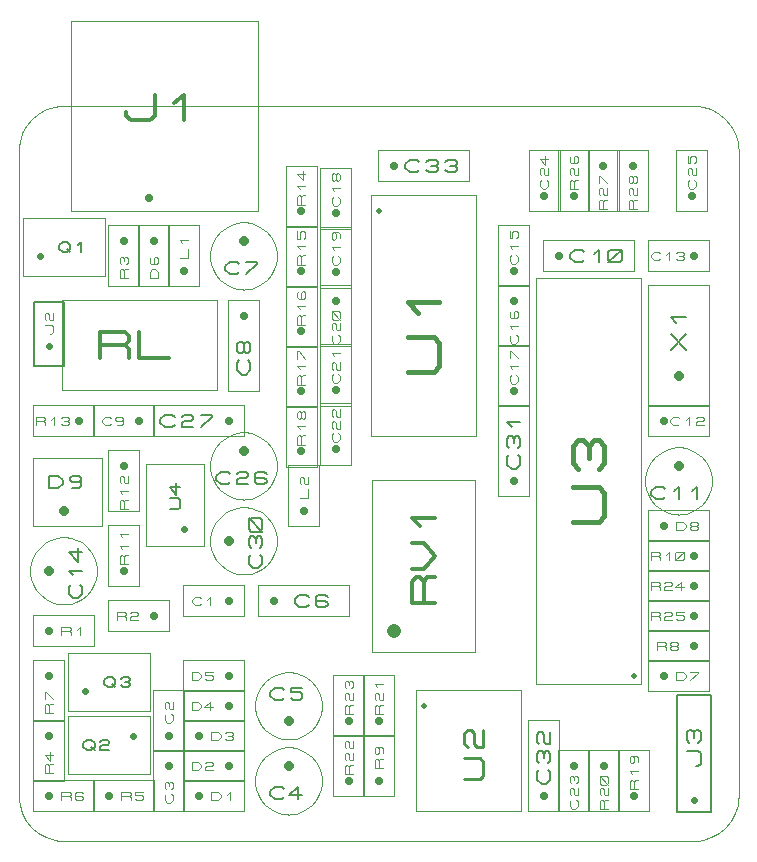
<source format=gbr>
G04 PROTEUS GERBER X2 FILE*
%TF.GenerationSoftware,Labcenter,Proteus,8.16-SP3-Build36097*%
%TF.CreationDate,2025-03-15T21:07:40+00:00*%
%TF.FileFunction,AssemblyDrawing,Top*%
%TF.FilePolarity,Positive*%
%TF.Part,Single*%
%TF.SameCoordinates,{0eda3102-f78e-4ef4-8f68-bee456db5da4}*%
%FSLAX45Y45*%
%MOMM*%
G01*
%TA.AperFunction,Material*%
%ADD23C,0.101600*%
%ADD24C,0.508000*%
%ADD34C,0.440230*%
%ADD35C,0.711200*%
%ADD36C,0.113450*%
%ADD37C,0.177800*%
%ADD38C,0.812800*%
%ADD39C,0.204890*%
%ADD40C,0.050800*%
%ADD41C,0.173000*%
%ADD25C,0.152400*%
%ADD42C,0.558800*%
%ADD43C,0.194860*%
%ADD44C,0.267200*%
%ADD45C,1.219200*%
%ADD46C,0.320040*%
%ADD47C,0.609600*%
%ADD48C,0.139700*%
%ADD49C,0.171190*%
%ADD50C,0.367200*%
%ADD51C,0.114270*%
%ADD52C,0.660400*%
%ADD53C,0.364400*%
%TA.AperFunction,Profile*%
%ADD21C,0.101600*%
%TD.AperFunction*%
D23*
X+3027500Y-2822080D02*
X+3916500Y-2822080D01*
X+3916500Y-779920D01*
X+3027500Y-779920D01*
X+3027500Y-2822080D01*
D24*
X+3091000Y-912000D02*
X+3091000Y-912000D01*
D34*
X+3339931Y-2275948D02*
X+3560047Y-2275948D01*
X+3604070Y-2226422D01*
X+3604070Y-2028318D01*
X+3560047Y-1978792D01*
X+3339931Y-1978792D01*
X+3427977Y-1780688D02*
X+3339931Y-1681636D01*
X+3604070Y-1681636D01*
D23*
X+2593920Y-1064080D02*
X+2858080Y-1064080D01*
X+2858080Y-545920D01*
X+2593920Y-545920D01*
X+2593920Y-1064080D01*
D35*
X+2726000Y-932000D02*
X+2726000Y-932000D01*
D36*
X+2748691Y-797760D02*
X+2760036Y-810524D01*
X+2760036Y-848814D01*
X+2737345Y-874340D01*
X+2714655Y-874340D01*
X+2691964Y-848814D01*
X+2691964Y-810524D01*
X+2703309Y-797760D01*
X+2714655Y-746707D02*
X+2691964Y-721180D01*
X+2760036Y-721180D01*
X+2726000Y-644600D02*
X+2714655Y-657363D01*
X+2703309Y-657363D01*
X+2691964Y-644600D01*
X+2691964Y-606310D01*
X+2703309Y-593546D01*
X+2714655Y-593546D01*
X+2726000Y-606310D01*
X+2726000Y-644600D01*
X+2737345Y-657363D01*
X+2748691Y-657363D01*
X+2760036Y-644600D01*
X+2760036Y-606310D01*
X+2748691Y-593546D01*
X+2737345Y-593546D01*
X+2726000Y-606310D01*
D23*
X+2593920Y-1564080D02*
X+2858080Y-1564080D01*
X+2858080Y-1045920D01*
X+2593920Y-1045920D01*
X+2593920Y-1564080D01*
D35*
X+2726000Y-1432000D02*
X+2726000Y-1432000D01*
D36*
X+2748691Y-1297760D02*
X+2760036Y-1310524D01*
X+2760036Y-1348814D01*
X+2737345Y-1374340D01*
X+2714655Y-1374340D01*
X+2691964Y-1348814D01*
X+2691964Y-1310524D01*
X+2703309Y-1297760D01*
X+2714655Y-1246707D02*
X+2691964Y-1221180D01*
X+2760036Y-1221180D01*
X+2714655Y-1093546D02*
X+2726000Y-1106310D01*
X+2726000Y-1144600D01*
X+2714655Y-1157363D01*
X+2703309Y-1157363D01*
X+2691964Y-1144600D01*
X+2691964Y-1106310D01*
X+2703309Y-1093546D01*
X+2748691Y-1093546D01*
X+2760036Y-1106310D01*
X+2760036Y-1144600D01*
D23*
X+2593920Y-2060080D02*
X+2858080Y-2060080D01*
X+2858080Y-1541920D01*
X+2593920Y-1541920D01*
X+2593920Y-2060080D01*
D35*
X+2726000Y-1674000D02*
X+2726000Y-1674000D01*
D36*
X+2748691Y-1961400D02*
X+2760036Y-1974164D01*
X+2760036Y-2012454D01*
X+2737345Y-2037980D01*
X+2714655Y-2037980D01*
X+2691964Y-2012454D01*
X+2691964Y-1974164D01*
X+2703309Y-1961400D01*
X+2703309Y-1923110D02*
X+2691964Y-1910347D01*
X+2691964Y-1872057D01*
X+2703309Y-1859293D01*
X+2714655Y-1859293D01*
X+2726000Y-1872057D01*
X+2726000Y-1910347D01*
X+2737345Y-1923110D01*
X+2760036Y-1923110D01*
X+2760036Y-1859293D01*
X+2748691Y-1833766D02*
X+2703309Y-1833766D01*
X+2691964Y-1821003D01*
X+2691964Y-1769950D01*
X+2703309Y-1757186D01*
X+2748691Y-1757186D01*
X+2760036Y-1769950D01*
X+2760036Y-1821003D01*
X+2748691Y-1833766D01*
X+2760036Y-1833766D02*
X+2691964Y-1757186D01*
D23*
X+2593920Y-2560080D02*
X+2858080Y-2560080D01*
X+2858080Y-2041920D01*
X+2593920Y-2041920D01*
X+2593920Y-2560080D01*
D35*
X+2726000Y-2428000D02*
X+2726000Y-2428000D01*
D36*
X+2748691Y-2293760D02*
X+2760036Y-2306524D01*
X+2760036Y-2344814D01*
X+2737345Y-2370340D01*
X+2714655Y-2370340D01*
X+2691964Y-2344814D01*
X+2691964Y-2306524D01*
X+2703309Y-2293760D01*
X+2703309Y-2255470D02*
X+2691964Y-2242707D01*
X+2691964Y-2204417D01*
X+2703309Y-2191653D01*
X+2714655Y-2191653D01*
X+2726000Y-2204417D01*
X+2726000Y-2242707D01*
X+2737345Y-2255470D01*
X+2760036Y-2255470D01*
X+2760036Y-2191653D01*
X+2714655Y-2140600D02*
X+2691964Y-2115073D01*
X+2760036Y-2115073D01*
D23*
X+2593920Y-3060080D02*
X+2858080Y-3060080D01*
X+2858080Y-2541920D01*
X+2593920Y-2541920D01*
X+2593920Y-3060080D01*
D35*
X+2726000Y-2928000D02*
X+2726000Y-2928000D01*
D36*
X+2748691Y-2793760D02*
X+2760036Y-2806524D01*
X+2760036Y-2844814D01*
X+2737345Y-2870340D01*
X+2714655Y-2870340D01*
X+2691964Y-2844814D01*
X+2691964Y-2806524D01*
X+2703309Y-2793760D01*
X+2703309Y-2755470D02*
X+2691964Y-2742707D01*
X+2691964Y-2704417D01*
X+2703309Y-2691653D01*
X+2714655Y-2691653D01*
X+2726000Y-2704417D01*
X+2726000Y-2742707D01*
X+2737345Y-2755470D01*
X+2760036Y-2755470D01*
X+2760036Y-2691653D01*
X+2703309Y-2653363D02*
X+2691964Y-2640600D01*
X+2691964Y-2602310D01*
X+2703309Y-2589546D01*
X+2714655Y-2589546D01*
X+2726000Y-2602310D01*
X+2726000Y-2640600D01*
X+2737345Y-2653363D01*
X+2760036Y-2653363D01*
X+2760036Y-2589546D01*
D23*
X+2303920Y-1048080D02*
X+2568080Y-1048080D01*
X+2568080Y-529920D01*
X+2303920Y-529920D01*
X+2303920Y-1048080D01*
D35*
X+2436000Y-916000D02*
X+2436000Y-916000D01*
D36*
X+2470036Y-858340D02*
X+2401964Y-858340D01*
X+2401964Y-794524D01*
X+2413309Y-781760D01*
X+2424655Y-781760D01*
X+2436000Y-794524D01*
X+2436000Y-858340D01*
X+2436000Y-794524D02*
X+2447345Y-781760D01*
X+2470036Y-781760D01*
X+2424655Y-730707D02*
X+2401964Y-705180D01*
X+2470036Y-705180D01*
X+2447345Y-577546D02*
X+2447345Y-654126D01*
X+2401964Y-603073D01*
X+2470036Y-603073D01*
D23*
X+2303920Y-1556080D02*
X+2568080Y-1556080D01*
X+2568080Y-1037920D01*
X+2303920Y-1037920D01*
X+2303920Y-1556080D01*
D35*
X+2436000Y-1424000D02*
X+2436000Y-1424000D01*
D36*
X+2470036Y-1366340D02*
X+2401964Y-1366340D01*
X+2401964Y-1302524D01*
X+2413309Y-1289760D01*
X+2424655Y-1289760D01*
X+2436000Y-1302524D01*
X+2436000Y-1366340D01*
X+2436000Y-1302524D02*
X+2447345Y-1289760D01*
X+2470036Y-1289760D01*
X+2424655Y-1238707D02*
X+2401964Y-1213180D01*
X+2470036Y-1213180D01*
X+2401964Y-1085546D02*
X+2401964Y-1149363D01*
X+2424655Y-1149363D01*
X+2424655Y-1098310D01*
X+2436000Y-1085546D01*
X+2458691Y-1085546D01*
X+2470036Y-1098310D01*
X+2470036Y-1136600D01*
X+2458691Y-1149363D01*
D23*
X+2303920Y-2064080D02*
X+2568080Y-2064080D01*
X+2568080Y-1545920D01*
X+2303920Y-1545920D01*
X+2303920Y-2064080D01*
D35*
X+2436000Y-1932000D02*
X+2436000Y-1932000D01*
D36*
X+2470036Y-1874340D02*
X+2401964Y-1874340D01*
X+2401964Y-1810524D01*
X+2413309Y-1797760D01*
X+2424655Y-1797760D01*
X+2436000Y-1810524D01*
X+2436000Y-1874340D01*
X+2436000Y-1810524D02*
X+2447345Y-1797760D01*
X+2470036Y-1797760D01*
X+2424655Y-1746707D02*
X+2401964Y-1721180D01*
X+2470036Y-1721180D01*
X+2413309Y-1593546D02*
X+2401964Y-1606310D01*
X+2401964Y-1644600D01*
X+2413309Y-1657363D01*
X+2458691Y-1657363D01*
X+2470036Y-1644600D01*
X+2470036Y-1606310D01*
X+2458691Y-1593546D01*
X+2447345Y-1593546D01*
X+2436000Y-1606310D01*
X+2436000Y-1657363D01*
D23*
X+2303920Y-2572080D02*
X+2568080Y-2572080D01*
X+2568080Y-2053920D01*
X+2303920Y-2053920D01*
X+2303920Y-2572080D01*
D35*
X+2436000Y-2440000D02*
X+2436000Y-2440000D01*
D36*
X+2470036Y-2382340D02*
X+2401964Y-2382340D01*
X+2401964Y-2318524D01*
X+2413309Y-2305760D01*
X+2424655Y-2305760D01*
X+2436000Y-2318524D01*
X+2436000Y-2382340D01*
X+2436000Y-2318524D02*
X+2447345Y-2305760D01*
X+2470036Y-2305760D01*
X+2424655Y-2254707D02*
X+2401964Y-2229180D01*
X+2470036Y-2229180D01*
X+2401964Y-2165363D02*
X+2401964Y-2101546D01*
X+2413309Y-2101546D01*
X+2470036Y-2165363D01*
D23*
X+2303920Y-3080080D02*
X+2568080Y-3080080D01*
X+2568080Y-2561920D01*
X+2303920Y-2561920D01*
X+2303920Y-3080080D01*
D35*
X+2436000Y-2948000D02*
X+2436000Y-2948000D01*
D36*
X+2470036Y-2890340D02*
X+2401964Y-2890340D01*
X+2401964Y-2826524D01*
X+2413309Y-2813760D01*
X+2424655Y-2813760D01*
X+2436000Y-2826524D01*
X+2436000Y-2890340D01*
X+2436000Y-2826524D02*
X+2447345Y-2813760D01*
X+2470036Y-2813760D01*
X+2424655Y-2762707D02*
X+2401964Y-2737180D01*
X+2470036Y-2737180D01*
X+2436000Y-2660600D02*
X+2424655Y-2673363D01*
X+2413309Y-2673363D01*
X+2401964Y-2660600D01*
X+2401964Y-2622310D01*
X+2413309Y-2609546D01*
X+2424655Y-2609546D01*
X+2436000Y-2622310D01*
X+2436000Y-2660600D01*
X+2447345Y-2673363D01*
X+2458691Y-2673363D01*
X+2470036Y-2660600D01*
X+2470036Y-2622310D01*
X+2458691Y-2609546D01*
X+2447345Y-2609546D01*
X+2436000Y-2622310D01*
D23*
X+3085920Y-663080D02*
X+3858080Y-663080D01*
X+3858080Y-398920D01*
X+3085920Y-398920D01*
X+3085920Y-663080D01*
D35*
X+3218000Y-531000D02*
X+3218000Y-531000D01*
D37*
X+3435805Y-566560D02*
X+3415802Y-584340D01*
X+3355795Y-584340D01*
X+3315790Y-548780D01*
X+3315790Y-513220D01*
X+3355795Y-477660D01*
X+3415802Y-477660D01*
X+3435805Y-495440D01*
X+3495812Y-495440D02*
X+3515815Y-477660D01*
X+3575822Y-477660D01*
X+3595825Y-495440D01*
X+3595825Y-513220D01*
X+3575822Y-531000D01*
X+3595825Y-548780D01*
X+3595825Y-566560D01*
X+3575822Y-584340D01*
X+3515815Y-584340D01*
X+3495812Y-566560D01*
X+3535817Y-531000D02*
X+3575822Y-531000D01*
X+3655832Y-495440D02*
X+3675835Y-477660D01*
X+3735842Y-477660D01*
X+3755845Y-495440D01*
X+3755845Y-513220D01*
X+3735842Y-531000D01*
X+3755845Y-548780D01*
X+3755845Y-566560D01*
X+3735842Y-584340D01*
X+3675835Y-584340D01*
X+3655832Y-566560D01*
X+3695837Y-531000D02*
X+3735842Y-531000D01*
D23*
X+4101920Y-1552080D02*
X+4366080Y-1552080D01*
X+4366080Y-1033920D01*
X+4101920Y-1033920D01*
X+4101920Y-1552080D01*
D35*
X+4234000Y-1420000D02*
X+4234000Y-1420000D01*
D36*
X+4256691Y-1285760D02*
X+4268036Y-1298524D01*
X+4268036Y-1336814D01*
X+4245345Y-1362340D01*
X+4222655Y-1362340D01*
X+4199964Y-1336814D01*
X+4199964Y-1298524D01*
X+4211309Y-1285760D01*
X+4222655Y-1234707D02*
X+4199964Y-1209180D01*
X+4268036Y-1209180D01*
X+4199964Y-1081546D02*
X+4199964Y-1145363D01*
X+4222655Y-1145363D01*
X+4222655Y-1094310D01*
X+4234000Y-1081546D01*
X+4256691Y-1081546D01*
X+4268036Y-1094310D01*
X+4268036Y-1132600D01*
X+4256691Y-1145363D01*
D23*
X+4101920Y-2060080D02*
X+4366080Y-2060080D01*
X+4366080Y-1541920D01*
X+4101920Y-1541920D01*
X+4101920Y-2060080D01*
D35*
X+4234000Y-1674000D02*
X+4234000Y-1674000D01*
D36*
X+4256691Y-1961400D02*
X+4268036Y-1974164D01*
X+4268036Y-2012454D01*
X+4245345Y-2037980D01*
X+4222655Y-2037980D01*
X+4199964Y-2012454D01*
X+4199964Y-1974164D01*
X+4211309Y-1961400D01*
X+4222655Y-1910347D02*
X+4199964Y-1884820D01*
X+4268036Y-1884820D01*
X+4211309Y-1757186D02*
X+4199964Y-1769950D01*
X+4199964Y-1808240D01*
X+4211309Y-1821003D01*
X+4256691Y-1821003D01*
X+4268036Y-1808240D01*
X+4268036Y-1769950D01*
X+4256691Y-1757186D01*
X+4245345Y-1757186D01*
X+4234000Y-1769950D01*
X+4234000Y-1821003D01*
D23*
X+4101920Y-2568080D02*
X+4366080Y-2568080D01*
X+4366080Y-2049920D01*
X+4101920Y-2049920D01*
X+4101920Y-2568080D01*
D35*
X+4234000Y-2436000D02*
X+4234000Y-2436000D01*
D36*
X+4256691Y-2301760D02*
X+4268036Y-2314524D01*
X+4268036Y-2352814D01*
X+4245345Y-2378340D01*
X+4222655Y-2378340D01*
X+4199964Y-2352814D01*
X+4199964Y-2314524D01*
X+4211309Y-2301760D01*
X+4222655Y-2250707D02*
X+4199964Y-2225180D01*
X+4268036Y-2225180D01*
X+4199964Y-2161363D02*
X+4199964Y-2097546D01*
X+4211309Y-2097546D01*
X+4268036Y-2161363D01*
D23*
X+4101920Y-3330080D02*
X+4366080Y-3330080D01*
X+4366080Y-2557920D01*
X+4101920Y-2557920D01*
X+4101920Y-3330080D01*
D35*
X+4234000Y-3198000D02*
X+4234000Y-3198000D01*
D37*
X+4269560Y-2980195D02*
X+4287340Y-3000198D01*
X+4287340Y-3060205D01*
X+4251780Y-3100210D01*
X+4216220Y-3100210D01*
X+4180660Y-3060205D01*
X+4180660Y-3000198D01*
X+4198440Y-2980195D01*
X+4198440Y-2920188D02*
X+4180660Y-2900185D01*
X+4180660Y-2840178D01*
X+4198440Y-2820175D01*
X+4216220Y-2820175D01*
X+4234000Y-2840178D01*
X+4251780Y-2820175D01*
X+4269560Y-2820175D01*
X+4287340Y-2840178D01*
X+4287340Y-2900185D01*
X+4269560Y-2920188D01*
X+4234000Y-2880183D02*
X+4234000Y-2840178D01*
X+4216220Y-2740165D02*
X+4180660Y-2700160D01*
X+4287340Y-2700160D01*
D23*
X+4482920Y-1425080D02*
X+5255080Y-1425080D01*
X+5255080Y-1160920D01*
X+4482920Y-1160920D01*
X+4482920Y-1425080D01*
D35*
X+4615000Y-1293000D02*
X+4615000Y-1293000D01*
D37*
X+4832805Y-1328560D02*
X+4812802Y-1346340D01*
X+4752795Y-1346340D01*
X+4712790Y-1310780D01*
X+4712790Y-1275220D01*
X+4752795Y-1239660D01*
X+4812802Y-1239660D01*
X+4832805Y-1257440D01*
X+4912815Y-1275220D02*
X+4952820Y-1239660D01*
X+4952820Y-1346340D01*
X+5032830Y-1328560D02*
X+5032830Y-1257440D01*
X+5052832Y-1239660D01*
X+5132842Y-1239660D01*
X+5152845Y-1257440D01*
X+5152845Y-1328560D01*
X+5132842Y-1346340D01*
X+5052832Y-1346340D01*
X+5032830Y-1328560D01*
X+5032830Y-1346340D02*
X+5152845Y-1239660D01*
D23*
X+4424500Y-4915580D02*
X+5313500Y-4915580D01*
X+5313500Y-1476420D01*
X+4424500Y-1476420D01*
X+4424500Y-4915580D01*
D24*
X+5250000Y-4849000D02*
X+5250000Y-4849000D01*
D34*
X+4736931Y-3546218D02*
X+4957047Y-3546218D01*
X+5001070Y-3496692D01*
X+5001070Y-3298588D01*
X+4957047Y-3249062D01*
X+4736931Y-3249062D01*
X+4780954Y-3100484D02*
X+4736931Y-3050958D01*
X+4736931Y-2902380D01*
X+4780954Y-2852854D01*
X+4824977Y-2852854D01*
X+4869000Y-2902380D01*
X+4913024Y-2852854D01*
X+4957047Y-2852854D01*
X+5001070Y-2902380D01*
X+5001070Y-3050958D01*
X+4957047Y-3100484D01*
X+4869000Y-3001432D02*
X+4869000Y-2902380D01*
D23*
X+5371920Y-2568080D02*
X+5890080Y-2568080D01*
X+5890080Y-1541920D01*
X+5371920Y-1541920D01*
X+5371920Y-2568080D01*
D38*
X+5631000Y-2309000D02*
X+5631000Y-2309000D01*
D39*
X+5569532Y-2089543D02*
X+5692468Y-1951241D01*
X+5692468Y-2089543D02*
X+5569532Y-1951241D01*
X+5610511Y-1859040D02*
X+5569532Y-1812939D01*
X+5692468Y-1812939D01*
D23*
X+4359920Y-917080D02*
X+4624080Y-917080D01*
X+4624080Y-398920D01*
X+4359920Y-398920D01*
X+4359920Y-917080D01*
D35*
X+4492000Y-785000D02*
X+4492000Y-785000D01*
D36*
X+4514691Y-650760D02*
X+4526036Y-663524D01*
X+4526036Y-701814D01*
X+4503345Y-727340D01*
X+4480655Y-727340D01*
X+4457964Y-701814D01*
X+4457964Y-663524D01*
X+4469309Y-650760D01*
X+4469309Y-612470D02*
X+4457964Y-599707D01*
X+4457964Y-561417D01*
X+4469309Y-548653D01*
X+4480655Y-548653D01*
X+4492000Y-561417D01*
X+4492000Y-599707D01*
X+4503345Y-612470D01*
X+4526036Y-612470D01*
X+4526036Y-548653D01*
X+4503345Y-446546D02*
X+4503345Y-523126D01*
X+4457964Y-472073D01*
X+4526036Y-472073D01*
D23*
X+4609920Y-917080D02*
X+4874080Y-917080D01*
X+4874080Y-398920D01*
X+4609920Y-398920D01*
X+4609920Y-917080D01*
D35*
X+4742000Y-785000D02*
X+4742000Y-785000D01*
D36*
X+4776036Y-727340D02*
X+4707964Y-727340D01*
X+4707964Y-663524D01*
X+4719309Y-650760D01*
X+4730655Y-650760D01*
X+4742000Y-663524D01*
X+4742000Y-727340D01*
X+4742000Y-663524D02*
X+4753345Y-650760D01*
X+4776036Y-650760D01*
X+4719309Y-612470D02*
X+4707964Y-599707D01*
X+4707964Y-561417D01*
X+4719309Y-548653D01*
X+4730655Y-548653D01*
X+4742000Y-561417D01*
X+4742000Y-599707D01*
X+4753345Y-612470D01*
X+4776036Y-612470D01*
X+4776036Y-548653D01*
X+4719309Y-446546D02*
X+4707964Y-459310D01*
X+4707964Y-497600D01*
X+4719309Y-510363D01*
X+4764691Y-510363D01*
X+4776036Y-497600D01*
X+4776036Y-459310D01*
X+4764691Y-446546D01*
X+4753345Y-446546D01*
X+4742000Y-459310D01*
X+4742000Y-510363D01*
D23*
X+4859920Y-917080D02*
X+5124080Y-917080D01*
X+5124080Y-398920D01*
X+4859920Y-398920D01*
X+4859920Y-917080D01*
D35*
X+4992000Y-531000D02*
X+4992000Y-531000D01*
D36*
X+5026036Y-894980D02*
X+4957964Y-894980D01*
X+4957964Y-831164D01*
X+4969309Y-818400D01*
X+4980655Y-818400D01*
X+4992000Y-831164D01*
X+4992000Y-894980D01*
X+4992000Y-831164D02*
X+5003345Y-818400D01*
X+5026036Y-818400D01*
X+4969309Y-780110D02*
X+4957964Y-767347D01*
X+4957964Y-729057D01*
X+4969309Y-716293D01*
X+4980655Y-716293D01*
X+4992000Y-729057D01*
X+4992000Y-767347D01*
X+5003345Y-780110D01*
X+5026036Y-780110D01*
X+5026036Y-716293D01*
X+4957964Y-678003D02*
X+4957964Y-614186D01*
X+4969309Y-614186D01*
X+5026036Y-678003D01*
D23*
X+5109920Y-917080D02*
X+5374080Y-917080D01*
X+5374080Y-398920D01*
X+5109920Y-398920D01*
X+5109920Y-917080D01*
D35*
X+5242000Y-531000D02*
X+5242000Y-531000D01*
D36*
X+5276036Y-894980D02*
X+5207964Y-894980D01*
X+5207964Y-831164D01*
X+5219309Y-818400D01*
X+5230655Y-818400D01*
X+5242000Y-831164D01*
X+5242000Y-894980D01*
X+5242000Y-831164D02*
X+5253345Y-818400D01*
X+5276036Y-818400D01*
X+5219309Y-780110D02*
X+5207964Y-767347D01*
X+5207964Y-729057D01*
X+5219309Y-716293D01*
X+5230655Y-716293D01*
X+5242000Y-729057D01*
X+5242000Y-767347D01*
X+5253345Y-780110D01*
X+5276036Y-780110D01*
X+5276036Y-716293D01*
X+5242000Y-665240D02*
X+5230655Y-678003D01*
X+5219309Y-678003D01*
X+5207964Y-665240D01*
X+5207964Y-626950D01*
X+5219309Y-614186D01*
X+5230655Y-614186D01*
X+5242000Y-626950D01*
X+5242000Y-665240D01*
X+5253345Y-678003D01*
X+5264691Y-678003D01*
X+5276036Y-665240D01*
X+5276036Y-626950D01*
X+5264691Y-614186D01*
X+5253345Y-614186D01*
X+5242000Y-626950D01*
D23*
X+5609920Y-917080D02*
X+5874080Y-917080D01*
X+5874080Y-398920D01*
X+5609920Y-398920D01*
X+5609920Y-917080D01*
D35*
X+5742000Y-785000D02*
X+5742000Y-785000D01*
D36*
X+5764691Y-650760D02*
X+5776036Y-663524D01*
X+5776036Y-701814D01*
X+5753345Y-727340D01*
X+5730655Y-727340D01*
X+5707964Y-701814D01*
X+5707964Y-663524D01*
X+5719309Y-650760D01*
X+5719309Y-612470D02*
X+5707964Y-599707D01*
X+5707964Y-561417D01*
X+5719309Y-548653D01*
X+5730655Y-548653D01*
X+5742000Y-561417D01*
X+5742000Y-599707D01*
X+5753345Y-612470D01*
X+5776036Y-612470D01*
X+5776036Y-548653D01*
X+5707964Y-446546D02*
X+5707964Y-510363D01*
X+5730655Y-510363D01*
X+5730655Y-459310D01*
X+5742000Y-446546D01*
X+5764691Y-446546D01*
X+5776036Y-459310D01*
X+5776036Y-497600D01*
X+5764691Y-510363D01*
D23*
X+5371920Y-1425080D02*
X+5890080Y-1425080D01*
X+5890080Y-1160920D01*
X+5371920Y-1160920D01*
X+5371920Y-1425080D01*
D35*
X+5758000Y-1293000D02*
X+5758000Y-1293000D01*
D36*
X+5470600Y-1315691D02*
X+5457836Y-1327036D01*
X+5419546Y-1327036D01*
X+5394020Y-1304345D01*
X+5394020Y-1281655D01*
X+5419546Y-1258964D01*
X+5457836Y-1258964D01*
X+5470600Y-1270309D01*
X+5521653Y-1281655D02*
X+5547180Y-1258964D01*
X+5547180Y-1327036D01*
X+5610997Y-1270309D02*
X+5623760Y-1258964D01*
X+5662050Y-1258964D01*
X+5674814Y-1270309D01*
X+5674814Y-1281655D01*
X+5662050Y-1293000D01*
X+5674814Y-1304345D01*
X+5674814Y-1315691D01*
X+5662050Y-1327036D01*
X+5623760Y-1327036D01*
X+5610997Y-1315691D01*
X+5636524Y-1293000D02*
X+5662050Y-1293000D01*
D23*
X+5371920Y-2822080D02*
X+5890080Y-2822080D01*
X+5890080Y-2557920D01*
X+5371920Y-2557920D01*
X+5371920Y-2822080D01*
D35*
X+5504000Y-2690000D02*
X+5504000Y-2690000D01*
D36*
X+5638240Y-2712691D02*
X+5625476Y-2724036D01*
X+5587186Y-2724036D01*
X+5561660Y-2701345D01*
X+5561660Y-2678655D01*
X+5587186Y-2655964D01*
X+5625476Y-2655964D01*
X+5638240Y-2667309D01*
X+5689293Y-2678655D02*
X+5714820Y-2655964D01*
X+5714820Y-2724036D01*
X+5778637Y-2667309D02*
X+5791400Y-2655964D01*
X+5829690Y-2655964D01*
X+5842454Y-2667309D01*
X+5842454Y-2678655D01*
X+5829690Y-2690000D01*
X+5791400Y-2690000D01*
X+5778637Y-2701345D01*
X+5778637Y-2724036D01*
X+5842454Y-2724036D01*
D40*
X+5914980Y-3198920D02*
X+5914062Y-3176106D01*
X+5906609Y-3130477D01*
X+5891062Y-3084848D01*
X+5865820Y-3039219D01*
X+5827278Y-2993689D01*
X+5781649Y-2958193D01*
X+5736020Y-2935073D01*
X+5690391Y-2921220D01*
X+5644762Y-2915274D01*
X+5631000Y-2914940D01*
X+5347020Y-3198920D02*
X+5347938Y-3176106D01*
X+5355391Y-3130477D01*
X+5370938Y-3084848D01*
X+5396180Y-3039219D01*
X+5434722Y-2993689D01*
X+5480351Y-2958193D01*
X+5525980Y-2935073D01*
X+5571609Y-2921220D01*
X+5617238Y-2915274D01*
X+5631000Y-2914940D01*
X+5347020Y-3198920D02*
X+5347938Y-3221734D01*
X+5355391Y-3267363D01*
X+5370938Y-3312992D01*
X+5396180Y-3358621D01*
X+5434722Y-3404151D01*
X+5480351Y-3439647D01*
X+5525980Y-3462767D01*
X+5571609Y-3476620D01*
X+5617238Y-3482566D01*
X+5631000Y-3482900D01*
X+5914980Y-3198920D02*
X+5914062Y-3221734D01*
X+5906609Y-3267363D01*
X+5891062Y-3312992D01*
X+5865820Y-3358621D01*
X+5827278Y-3404151D01*
X+5781649Y-3439647D01*
X+5736020Y-3462767D01*
X+5690391Y-3476620D01*
X+5644762Y-3482566D01*
X+5631000Y-3482900D01*
D38*
X+5631000Y-3071000D02*
X+5631000Y-3071000D01*
D41*
X+5514220Y-3333142D02*
X+5494756Y-3350443D01*
X+5436366Y-3350443D01*
X+5397440Y-3315841D01*
X+5397440Y-3281240D01*
X+5436366Y-3246638D01*
X+5494756Y-3246638D01*
X+5514220Y-3263939D01*
X+5592073Y-3281240D02*
X+5631000Y-3246638D01*
X+5631000Y-3350443D01*
X+5747780Y-3281240D02*
X+5786707Y-3246638D01*
X+5786707Y-3350443D01*
D23*
X+5371920Y-3711080D02*
X+5890080Y-3711080D01*
X+5890080Y-3446920D01*
X+5371920Y-3446920D01*
X+5371920Y-3711080D01*
D35*
X+5504000Y-3579000D02*
X+5504000Y-3579000D01*
D36*
X+5612713Y-3613036D02*
X+5612713Y-3544964D01*
X+5663766Y-3544964D01*
X+5689293Y-3567655D01*
X+5689293Y-3590345D01*
X+5663766Y-3613036D01*
X+5612713Y-3613036D01*
X+5740346Y-3579000D02*
X+5727583Y-3567655D01*
X+5727583Y-3556309D01*
X+5740346Y-3544964D01*
X+5778636Y-3544964D01*
X+5791400Y-3556309D01*
X+5791400Y-3567655D01*
X+5778636Y-3579000D01*
X+5740346Y-3579000D01*
X+5727583Y-3590345D01*
X+5727583Y-3601691D01*
X+5740346Y-3613036D01*
X+5778636Y-3613036D01*
X+5791400Y-3601691D01*
X+5791400Y-3590345D01*
X+5778636Y-3579000D01*
D23*
X+5371920Y-3965080D02*
X+5890080Y-3965080D01*
X+5890080Y-3700920D01*
X+5371920Y-3700920D01*
X+5371920Y-3965080D01*
D35*
X+5758000Y-3833000D02*
X+5758000Y-3833000D01*
D36*
X+5394020Y-3867036D02*
X+5394020Y-3798964D01*
X+5457836Y-3798964D01*
X+5470600Y-3810309D01*
X+5470600Y-3821655D01*
X+5457836Y-3833000D01*
X+5394020Y-3833000D01*
X+5457836Y-3833000D02*
X+5470600Y-3844345D01*
X+5470600Y-3867036D01*
X+5521653Y-3821655D02*
X+5547180Y-3798964D01*
X+5547180Y-3867036D01*
X+5598234Y-3855691D02*
X+5598234Y-3810309D01*
X+5610997Y-3798964D01*
X+5662050Y-3798964D01*
X+5674814Y-3810309D01*
X+5674814Y-3855691D01*
X+5662050Y-3867036D01*
X+5610997Y-3867036D01*
X+5598234Y-3855691D01*
X+5598234Y-3867036D02*
X+5674814Y-3798964D01*
D23*
X+5371920Y-4219080D02*
X+5890080Y-4219080D01*
X+5890080Y-3954920D01*
X+5371920Y-3954920D01*
X+5371920Y-4219080D01*
D35*
X+5758000Y-4087000D02*
X+5758000Y-4087000D01*
D36*
X+5394020Y-4121036D02*
X+5394020Y-4052964D01*
X+5457836Y-4052964D01*
X+5470600Y-4064309D01*
X+5470600Y-4075655D01*
X+5457836Y-4087000D01*
X+5394020Y-4087000D01*
X+5457836Y-4087000D02*
X+5470600Y-4098345D01*
X+5470600Y-4121036D01*
X+5508890Y-4064309D02*
X+5521653Y-4052964D01*
X+5559943Y-4052964D01*
X+5572707Y-4064309D01*
X+5572707Y-4075655D01*
X+5559943Y-4087000D01*
X+5521653Y-4087000D01*
X+5508890Y-4098345D01*
X+5508890Y-4121036D01*
X+5572707Y-4121036D01*
X+5674814Y-4098345D02*
X+5598234Y-4098345D01*
X+5649287Y-4052964D01*
X+5649287Y-4121036D01*
D23*
X+5371920Y-4473080D02*
X+5890080Y-4473080D01*
X+5890080Y-4208920D01*
X+5371920Y-4208920D01*
X+5371920Y-4473080D01*
D35*
X+5758000Y-4341000D02*
X+5758000Y-4341000D01*
D36*
X+5394020Y-4375036D02*
X+5394020Y-4306964D01*
X+5457836Y-4306964D01*
X+5470600Y-4318309D01*
X+5470600Y-4329655D01*
X+5457836Y-4341000D01*
X+5394020Y-4341000D01*
X+5457836Y-4341000D02*
X+5470600Y-4352345D01*
X+5470600Y-4375036D01*
X+5508890Y-4318309D02*
X+5521653Y-4306964D01*
X+5559943Y-4306964D01*
X+5572707Y-4318309D01*
X+5572707Y-4329655D01*
X+5559943Y-4341000D01*
X+5521653Y-4341000D01*
X+5508890Y-4352345D01*
X+5508890Y-4375036D01*
X+5572707Y-4375036D01*
X+5674814Y-4306964D02*
X+5610997Y-4306964D01*
X+5610997Y-4329655D01*
X+5662050Y-4329655D01*
X+5674814Y-4341000D01*
X+5674814Y-4363691D01*
X+5662050Y-4375036D01*
X+5623760Y-4375036D01*
X+5610997Y-4363691D01*
D23*
X+5371920Y-4727080D02*
X+5890080Y-4727080D01*
X+5890080Y-4462920D01*
X+5371920Y-4462920D01*
X+5371920Y-4727080D01*
D35*
X+5758000Y-4595000D02*
X+5758000Y-4595000D01*
D36*
X+5445073Y-4629036D02*
X+5445073Y-4560964D01*
X+5508889Y-4560964D01*
X+5521653Y-4572309D01*
X+5521653Y-4583655D01*
X+5508889Y-4595000D01*
X+5445073Y-4595000D01*
X+5508889Y-4595000D02*
X+5521653Y-4606345D01*
X+5521653Y-4629036D01*
X+5572706Y-4595000D02*
X+5559943Y-4583655D01*
X+5559943Y-4572309D01*
X+5572706Y-4560964D01*
X+5610996Y-4560964D01*
X+5623760Y-4572309D01*
X+5623760Y-4583655D01*
X+5610996Y-4595000D01*
X+5572706Y-4595000D01*
X+5559943Y-4606345D01*
X+5559943Y-4617691D01*
X+5572706Y-4629036D01*
X+5610996Y-4629036D01*
X+5623760Y-4617691D01*
X+5623760Y-4606345D01*
X+5610996Y-4595000D01*
D23*
X+5371920Y-4981080D02*
X+5890080Y-4981080D01*
X+5890080Y-4716920D01*
X+5371920Y-4716920D01*
X+5371920Y-4981080D01*
D35*
X+5504000Y-4849000D02*
X+5504000Y-4849000D01*
D36*
X+5612713Y-4883036D02*
X+5612713Y-4814964D01*
X+5663766Y-4814964D01*
X+5689293Y-4837655D01*
X+5689293Y-4860345D01*
X+5663766Y-4883036D01*
X+5612713Y-4883036D01*
X+5727583Y-4814964D02*
X+5791400Y-4814964D01*
X+5791400Y-4826309D01*
X+5727583Y-4883036D01*
D25*
X+5902780Y-5007750D02*
X+5613220Y-5007750D01*
X+5613220Y-5998250D01*
X+5902780Y-5998250D01*
X+5902780Y-5007750D01*
X+5613220Y-5007750D01*
X+5613220Y-5998250D01*
X+5902780Y-5998250D01*
X+5902780Y-5007750D01*
D42*
X+5758000Y-5903000D02*
X+5758000Y-5903000D01*
D43*
X+5777487Y-5612976D02*
X+5796974Y-5612976D01*
X+5816461Y-5591054D01*
X+5816461Y-5503363D01*
X+5796974Y-5481441D01*
X+5699540Y-5481441D01*
X+5719027Y-5415673D02*
X+5699540Y-5393750D01*
X+5699540Y-5327982D01*
X+5719027Y-5306060D01*
X+5738514Y-5306060D01*
X+5758000Y-5327982D01*
X+5777487Y-5306060D01*
X+5796974Y-5306060D01*
X+5816461Y-5327982D01*
X+5816461Y-5393750D01*
X+5796974Y-5415673D01*
X+5758000Y-5371828D02*
X+5758000Y-5327982D01*
D23*
X+5117920Y-5997080D02*
X+5382080Y-5997080D01*
X+5382080Y-5478920D01*
X+5117920Y-5478920D01*
X+5117920Y-5997080D01*
D35*
X+5250000Y-5865000D02*
X+5250000Y-5865000D01*
D36*
X+5284036Y-5807340D02*
X+5215964Y-5807340D01*
X+5215964Y-5743524D01*
X+5227309Y-5730760D01*
X+5238655Y-5730760D01*
X+5250000Y-5743524D01*
X+5250000Y-5807340D01*
X+5250000Y-5743524D02*
X+5261345Y-5730760D01*
X+5284036Y-5730760D01*
X+5238655Y-5679707D02*
X+5215964Y-5654180D01*
X+5284036Y-5654180D01*
X+5238655Y-5526546D02*
X+5250000Y-5539310D01*
X+5250000Y-5577600D01*
X+5238655Y-5590363D01*
X+5227309Y-5590363D01*
X+5215964Y-5577600D01*
X+5215964Y-5539310D01*
X+5227309Y-5526546D01*
X+5272691Y-5526546D01*
X+5284036Y-5539310D01*
X+5284036Y-5577600D01*
D23*
X+4863920Y-5997080D02*
X+5128080Y-5997080D01*
X+5128080Y-5478920D01*
X+4863920Y-5478920D01*
X+4863920Y-5997080D01*
D35*
X+4996000Y-5611000D02*
X+4996000Y-5611000D01*
D36*
X+5030036Y-5974980D02*
X+4961964Y-5974980D01*
X+4961964Y-5911164D01*
X+4973309Y-5898400D01*
X+4984655Y-5898400D01*
X+4996000Y-5911164D01*
X+4996000Y-5974980D01*
X+4996000Y-5911164D02*
X+5007345Y-5898400D01*
X+5030036Y-5898400D01*
X+4973309Y-5860110D02*
X+4961964Y-5847347D01*
X+4961964Y-5809057D01*
X+4973309Y-5796293D01*
X+4984655Y-5796293D01*
X+4996000Y-5809057D01*
X+4996000Y-5847347D01*
X+5007345Y-5860110D01*
X+5030036Y-5860110D01*
X+5030036Y-5796293D01*
X+5018691Y-5770766D02*
X+4973309Y-5770766D01*
X+4961964Y-5758003D01*
X+4961964Y-5706950D01*
X+4973309Y-5694186D01*
X+5018691Y-5694186D01*
X+5030036Y-5706950D01*
X+5030036Y-5758003D01*
X+5018691Y-5770766D01*
X+5030036Y-5770766D02*
X+4961964Y-5694186D01*
D23*
X+4609920Y-5997080D02*
X+4874080Y-5997080D01*
X+4874080Y-5478920D01*
X+4609920Y-5478920D01*
X+4609920Y-5997080D01*
D35*
X+4742000Y-5611000D02*
X+4742000Y-5611000D01*
D36*
X+4764691Y-5898400D02*
X+4776036Y-5911164D01*
X+4776036Y-5949454D01*
X+4753345Y-5974980D01*
X+4730655Y-5974980D01*
X+4707964Y-5949454D01*
X+4707964Y-5911164D01*
X+4719309Y-5898400D01*
X+4719309Y-5860110D02*
X+4707964Y-5847347D01*
X+4707964Y-5809057D01*
X+4719309Y-5796293D01*
X+4730655Y-5796293D01*
X+4742000Y-5809057D01*
X+4742000Y-5847347D01*
X+4753345Y-5860110D01*
X+4776036Y-5860110D01*
X+4776036Y-5796293D01*
X+4719309Y-5758003D02*
X+4707964Y-5745240D01*
X+4707964Y-5706950D01*
X+4719309Y-5694186D01*
X+4730655Y-5694186D01*
X+4742000Y-5706950D01*
X+4753345Y-5694186D01*
X+4764691Y-5694186D01*
X+4776036Y-5706950D01*
X+4776036Y-5745240D01*
X+4764691Y-5758003D01*
X+4742000Y-5732476D02*
X+4742000Y-5706950D01*
D23*
X+4355920Y-5997080D02*
X+4620080Y-5997080D01*
X+4620080Y-5224920D01*
X+4355920Y-5224920D01*
X+4355920Y-5997080D01*
D35*
X+4488000Y-5865000D02*
X+4488000Y-5865000D01*
D37*
X+4523560Y-5647195D02*
X+4541340Y-5667198D01*
X+4541340Y-5727205D01*
X+4505780Y-5767210D01*
X+4470220Y-5767210D01*
X+4434660Y-5727205D01*
X+4434660Y-5667198D01*
X+4452440Y-5647195D01*
X+4452440Y-5587188D02*
X+4434660Y-5567185D01*
X+4434660Y-5507178D01*
X+4452440Y-5487175D01*
X+4470220Y-5487175D01*
X+4488000Y-5507178D01*
X+4505780Y-5487175D01*
X+4523560Y-5487175D01*
X+4541340Y-5507178D01*
X+4541340Y-5567185D01*
X+4523560Y-5587188D01*
X+4488000Y-5547183D02*
X+4488000Y-5507178D01*
X+4452440Y-5427168D02*
X+4434660Y-5407165D01*
X+4434660Y-5347158D01*
X+4452440Y-5327155D01*
X+4470220Y-5327155D01*
X+4488000Y-5347158D01*
X+4488000Y-5407165D01*
X+4505780Y-5427168D01*
X+4541340Y-5427168D01*
X+4541340Y-5327155D01*
D23*
X+3408500Y-5997080D02*
X+4297500Y-5997080D01*
X+4297500Y-4970920D01*
X+3408500Y-4970920D01*
X+3408500Y-5997080D01*
D24*
X+3472000Y-5103000D02*
X+3472000Y-5103000D01*
D44*
X+3817288Y-5724487D02*
X+3950892Y-5724487D01*
X+3977613Y-5694427D01*
X+3977613Y-5574183D01*
X+3950892Y-5544122D01*
X+3817288Y-5544122D01*
X+3844009Y-5453940D02*
X+3817288Y-5423879D01*
X+3817288Y-5333696D01*
X+3844009Y-5303635D01*
X+3870730Y-5303635D01*
X+3897450Y-5333696D01*
X+3897450Y-5423879D01*
X+3924171Y-5453940D01*
X+3977613Y-5453940D01*
X+3977613Y-5303635D01*
D23*
X+2958920Y-5870080D02*
X+3223080Y-5870080D01*
X+3223080Y-5351920D01*
X+2958920Y-5351920D01*
X+2958920Y-5870080D01*
D35*
X+3091000Y-5738000D02*
X+3091000Y-5738000D01*
D36*
X+3125036Y-5629287D02*
X+3056964Y-5629287D01*
X+3056964Y-5565471D01*
X+3068309Y-5552707D01*
X+3079655Y-5552707D01*
X+3091000Y-5565471D01*
X+3091000Y-5629287D01*
X+3091000Y-5565471D02*
X+3102345Y-5552707D01*
X+3125036Y-5552707D01*
X+3079655Y-5450600D02*
X+3091000Y-5463364D01*
X+3091000Y-5501654D01*
X+3079655Y-5514417D01*
X+3068309Y-5514417D01*
X+3056964Y-5501654D01*
X+3056964Y-5463364D01*
X+3068309Y-5450600D01*
X+3113691Y-5450600D01*
X+3125036Y-5463364D01*
X+3125036Y-5501654D01*
D23*
X+2704920Y-5870080D02*
X+2969080Y-5870080D01*
X+2969080Y-5351920D01*
X+2704920Y-5351920D01*
X+2704920Y-5870080D01*
D35*
X+2837000Y-5738000D02*
X+2837000Y-5738000D01*
D36*
X+2871036Y-5680340D02*
X+2802964Y-5680340D01*
X+2802964Y-5616524D01*
X+2814309Y-5603760D01*
X+2825655Y-5603760D01*
X+2837000Y-5616524D01*
X+2837000Y-5680340D01*
X+2837000Y-5616524D02*
X+2848345Y-5603760D01*
X+2871036Y-5603760D01*
X+2814309Y-5565470D02*
X+2802964Y-5552707D01*
X+2802964Y-5514417D01*
X+2814309Y-5501653D01*
X+2825655Y-5501653D01*
X+2837000Y-5514417D01*
X+2837000Y-5552707D01*
X+2848345Y-5565470D01*
X+2871036Y-5565470D01*
X+2871036Y-5501653D01*
X+2814309Y-5463363D02*
X+2802964Y-5450600D01*
X+2802964Y-5412310D01*
X+2814309Y-5399546D01*
X+2825655Y-5399546D01*
X+2837000Y-5412310D01*
X+2837000Y-5450600D01*
X+2848345Y-5463363D01*
X+2871036Y-5463363D01*
X+2871036Y-5399546D01*
D23*
X+2958920Y-5362080D02*
X+3223080Y-5362080D01*
X+3223080Y-4843920D01*
X+2958920Y-4843920D01*
X+2958920Y-5362080D01*
D35*
X+3091000Y-5230000D02*
X+3091000Y-5230000D01*
D36*
X+3125036Y-5172340D02*
X+3056964Y-5172340D01*
X+3056964Y-5108524D01*
X+3068309Y-5095760D01*
X+3079655Y-5095760D01*
X+3091000Y-5108524D01*
X+3091000Y-5172340D01*
X+3091000Y-5108524D02*
X+3102345Y-5095760D01*
X+3125036Y-5095760D01*
X+3068309Y-5057470D02*
X+3056964Y-5044707D01*
X+3056964Y-5006417D01*
X+3068309Y-4993653D01*
X+3079655Y-4993653D01*
X+3091000Y-5006417D01*
X+3091000Y-5044707D01*
X+3102345Y-5057470D01*
X+3125036Y-5057470D01*
X+3125036Y-4993653D01*
X+3079655Y-4942600D02*
X+3056964Y-4917073D01*
X+3125036Y-4917073D01*
D23*
X+2704920Y-5362080D02*
X+2969080Y-5362080D01*
X+2969080Y-4843920D01*
X+2704920Y-4843920D01*
X+2704920Y-5362080D01*
D35*
X+2837000Y-5230000D02*
X+2837000Y-5230000D01*
D36*
X+2871036Y-5172340D02*
X+2802964Y-5172340D01*
X+2802964Y-5108524D01*
X+2814309Y-5095760D01*
X+2825655Y-5095760D01*
X+2837000Y-5108524D01*
X+2837000Y-5172340D01*
X+2837000Y-5108524D02*
X+2848345Y-5095760D01*
X+2871036Y-5095760D01*
X+2814309Y-5057470D02*
X+2802964Y-5044707D01*
X+2802964Y-5006417D01*
X+2814309Y-4993653D01*
X+2825655Y-4993653D01*
X+2837000Y-5006417D01*
X+2837000Y-5044707D01*
X+2848345Y-5057470D01*
X+2871036Y-5057470D01*
X+2871036Y-4993653D01*
X+2814309Y-4955363D02*
X+2802964Y-4942600D01*
X+2802964Y-4904310D01*
X+2814309Y-4891546D01*
X+2825655Y-4891546D01*
X+2837000Y-4904310D01*
X+2848345Y-4891546D01*
X+2859691Y-4891546D01*
X+2871036Y-4904310D01*
X+2871036Y-4942600D01*
X+2859691Y-4955363D01*
X+2837000Y-4929836D02*
X+2837000Y-4904310D01*
D23*
X+3035120Y-4650880D02*
X+3908880Y-4650880D01*
X+3908880Y-3192920D01*
X+3035120Y-3192920D01*
X+3035120Y-4650880D01*
D45*
X+3218000Y-4468000D02*
X+3218000Y-4468000D01*
D46*
X+3568012Y-4232034D02*
X+3375988Y-4232034D01*
X+3375988Y-4052012D01*
X+3407992Y-4016007D01*
X+3439996Y-4016007D01*
X+3472000Y-4052012D01*
X+3472000Y-4232034D01*
X+3472000Y-4052012D02*
X+3504004Y-4016007D01*
X+3568012Y-4016007D01*
X+3375988Y-3943998D02*
X+3472000Y-3943998D01*
X+3568012Y-3835985D01*
X+3472000Y-3727971D01*
X+3375988Y-3727971D01*
X+3439996Y-3583953D02*
X+3375988Y-3511944D01*
X+3568012Y-3511944D01*
D40*
X+2612980Y-5738920D02*
X+2612062Y-5716106D01*
X+2604609Y-5670477D01*
X+2589062Y-5624848D01*
X+2563820Y-5579219D01*
X+2525278Y-5533689D01*
X+2479649Y-5498193D01*
X+2434020Y-5475073D01*
X+2388391Y-5461220D01*
X+2342762Y-5455274D01*
X+2329000Y-5454940D01*
X+2045020Y-5738920D02*
X+2045938Y-5716106D01*
X+2053391Y-5670477D01*
X+2068938Y-5624848D01*
X+2094180Y-5579219D01*
X+2132722Y-5533689D01*
X+2178351Y-5498193D01*
X+2223980Y-5475073D01*
X+2269609Y-5461220D01*
X+2315238Y-5455274D01*
X+2329000Y-5454940D01*
X+2045020Y-5738920D02*
X+2045938Y-5761734D01*
X+2053391Y-5807363D01*
X+2068938Y-5852992D01*
X+2094180Y-5898621D01*
X+2132722Y-5944151D01*
X+2178351Y-5979647D01*
X+2223980Y-6002767D01*
X+2269609Y-6016620D01*
X+2315238Y-6022566D01*
X+2329000Y-6022900D01*
X+2612980Y-5738920D02*
X+2612062Y-5761734D01*
X+2604609Y-5807363D01*
X+2589062Y-5852992D01*
X+2563820Y-5898621D01*
X+2525278Y-5944151D01*
X+2479649Y-5979647D01*
X+2434020Y-6002767D01*
X+2388391Y-6016620D01*
X+2342762Y-6022566D01*
X+2329000Y-6022900D01*
D38*
X+2329000Y-5611000D02*
X+2329000Y-5611000D01*
D41*
X+2290073Y-5873142D02*
X+2270609Y-5890443D01*
X+2212219Y-5890443D01*
X+2173293Y-5855841D01*
X+2173293Y-5821240D01*
X+2212219Y-5786638D01*
X+2270609Y-5786638D01*
X+2290073Y-5803939D01*
X+2445780Y-5855841D02*
X+2329000Y-5855841D01*
X+2406853Y-5786638D01*
X+2406853Y-5890443D01*
D40*
X+2612980Y-5102080D02*
X+2612062Y-5079266D01*
X+2604609Y-5033637D01*
X+2589062Y-4988008D01*
X+2563820Y-4942379D01*
X+2525278Y-4896849D01*
X+2479649Y-4861353D01*
X+2434020Y-4838233D01*
X+2388391Y-4824380D01*
X+2342762Y-4818434D01*
X+2329000Y-4818100D01*
X+2045020Y-5102080D02*
X+2045938Y-5079266D01*
X+2053391Y-5033637D01*
X+2068938Y-4988008D01*
X+2094180Y-4942379D01*
X+2132722Y-4896849D01*
X+2178351Y-4861353D01*
X+2223980Y-4838233D01*
X+2269609Y-4824380D01*
X+2315238Y-4818434D01*
X+2329000Y-4818100D01*
X+2045020Y-5102080D02*
X+2045938Y-5124894D01*
X+2053391Y-5170523D01*
X+2068938Y-5216152D01*
X+2094180Y-5261781D01*
X+2132722Y-5307311D01*
X+2178351Y-5342807D01*
X+2223980Y-5365927D01*
X+2269609Y-5379780D01*
X+2315238Y-5385726D01*
X+2329000Y-5386060D01*
X+2612980Y-5102080D02*
X+2612062Y-5124894D01*
X+2604609Y-5170523D01*
X+2589062Y-5216152D01*
X+2563820Y-5261781D01*
X+2525278Y-5307311D01*
X+2479649Y-5342807D01*
X+2434020Y-5365927D01*
X+2388391Y-5379780D01*
X+2342762Y-5385726D01*
X+2329000Y-5386060D01*
D38*
X+2329000Y-5230000D02*
X+2329000Y-5230000D01*
D41*
X+2290073Y-5037062D02*
X+2270609Y-5054363D01*
X+2212219Y-5054363D01*
X+2173293Y-5019761D01*
X+2173293Y-4985160D01*
X+2212219Y-4950558D01*
X+2270609Y-4950558D01*
X+2290073Y-4967859D01*
X+2445780Y-4950558D02*
X+2348463Y-4950558D01*
X+2348463Y-4985160D01*
X+2426316Y-4985160D01*
X+2445780Y-5002460D01*
X+2445780Y-5037062D01*
X+2426316Y-5054363D01*
X+2367926Y-5054363D01*
X+2348463Y-5037062D01*
D23*
X+1434920Y-5997080D02*
X+1953080Y-5997080D01*
X+1953080Y-5732920D01*
X+1434920Y-5732920D01*
X+1434920Y-5997080D01*
D35*
X+1567000Y-5865000D02*
X+1567000Y-5865000D01*
D36*
X+1675713Y-5899036D02*
X+1675713Y-5830964D01*
X+1726766Y-5830964D01*
X+1752293Y-5853655D01*
X+1752293Y-5876345D01*
X+1726766Y-5899036D01*
X+1675713Y-5899036D01*
X+1803346Y-5853655D02*
X+1828873Y-5830964D01*
X+1828873Y-5899036D01*
D23*
X+1434920Y-5743080D02*
X+1953080Y-5743080D01*
X+1953080Y-5478920D01*
X+1434920Y-5478920D01*
X+1434920Y-5743080D01*
D35*
X+1821000Y-5611000D02*
X+1821000Y-5611000D01*
D36*
X+1508073Y-5645036D02*
X+1508073Y-5576964D01*
X+1559126Y-5576964D01*
X+1584653Y-5599655D01*
X+1584653Y-5622345D01*
X+1559126Y-5645036D01*
X+1508073Y-5645036D01*
X+1622943Y-5588309D02*
X+1635706Y-5576964D01*
X+1673996Y-5576964D01*
X+1686760Y-5588309D01*
X+1686760Y-5599655D01*
X+1673996Y-5611000D01*
X+1635706Y-5611000D01*
X+1622943Y-5622345D01*
X+1622943Y-5645036D01*
X+1686760Y-5645036D01*
D23*
X+1434920Y-5489080D02*
X+1953080Y-5489080D01*
X+1953080Y-5224920D01*
X+1434920Y-5224920D01*
X+1434920Y-5489080D01*
D35*
X+1567000Y-5357000D02*
X+1567000Y-5357000D01*
D36*
X+1675713Y-5391036D02*
X+1675713Y-5322964D01*
X+1726766Y-5322964D01*
X+1752293Y-5345655D01*
X+1752293Y-5368345D01*
X+1726766Y-5391036D01*
X+1675713Y-5391036D01*
X+1790583Y-5334309D02*
X+1803346Y-5322964D01*
X+1841636Y-5322964D01*
X+1854400Y-5334309D01*
X+1854400Y-5345655D01*
X+1841636Y-5357000D01*
X+1854400Y-5368345D01*
X+1854400Y-5379691D01*
X+1841636Y-5391036D01*
X+1803346Y-5391036D01*
X+1790583Y-5379691D01*
X+1816110Y-5357000D02*
X+1841636Y-5357000D01*
D23*
X+1434920Y-5235080D02*
X+1953080Y-5235080D01*
X+1953080Y-4970920D01*
X+1434920Y-4970920D01*
X+1434920Y-5235080D01*
D35*
X+1821000Y-5103000D02*
X+1821000Y-5103000D01*
D36*
X+1508073Y-5137036D02*
X+1508073Y-5068964D01*
X+1559126Y-5068964D01*
X+1584653Y-5091655D01*
X+1584653Y-5114345D01*
X+1559126Y-5137036D01*
X+1508073Y-5137036D01*
X+1686760Y-5114345D02*
X+1610180Y-5114345D01*
X+1661233Y-5068964D01*
X+1661233Y-5137036D01*
D23*
X+1434920Y-4981080D02*
X+1953080Y-4981080D01*
X+1953080Y-4716920D01*
X+1434920Y-4716920D01*
X+1434920Y-4981080D01*
D35*
X+1821000Y-4849000D02*
X+1821000Y-4849000D01*
D36*
X+1508073Y-4883036D02*
X+1508073Y-4814964D01*
X+1559126Y-4814964D01*
X+1584653Y-4837655D01*
X+1584653Y-4860345D01*
X+1559126Y-4883036D01*
X+1508073Y-4883036D01*
X+1686760Y-4814964D02*
X+1622943Y-4814964D01*
X+1622943Y-4837655D01*
X+1673996Y-4837655D01*
X+1686760Y-4849000D01*
X+1686760Y-4871691D01*
X+1673996Y-4883036D01*
X+1635706Y-4883036D01*
X+1622943Y-4871691D01*
D23*
X+1180920Y-5997080D02*
X+1445080Y-5997080D01*
X+1445080Y-5478920D01*
X+1180920Y-5478920D01*
X+1180920Y-5997080D01*
D35*
X+1313000Y-5611000D02*
X+1313000Y-5611000D01*
D36*
X+1335691Y-5847347D02*
X+1347036Y-5860111D01*
X+1347036Y-5898401D01*
X+1324345Y-5923927D01*
X+1301655Y-5923927D01*
X+1278964Y-5898401D01*
X+1278964Y-5860111D01*
X+1290309Y-5847347D01*
X+1290309Y-5809057D02*
X+1278964Y-5796294D01*
X+1278964Y-5758004D01*
X+1290309Y-5745240D01*
X+1301655Y-5745240D01*
X+1313000Y-5758004D01*
X+1324345Y-5745240D01*
X+1335691Y-5745240D01*
X+1347036Y-5758004D01*
X+1347036Y-5796294D01*
X+1335691Y-5809057D01*
X+1313000Y-5783530D02*
X+1313000Y-5758004D01*
D23*
X+1180920Y-5489080D02*
X+1445080Y-5489080D01*
X+1445080Y-4970920D01*
X+1180920Y-4970920D01*
X+1180920Y-5489080D01*
D35*
X+1313000Y-5357000D02*
X+1313000Y-5357000D01*
D36*
X+1335691Y-5171707D02*
X+1347036Y-5184471D01*
X+1347036Y-5222761D01*
X+1324345Y-5248287D01*
X+1301655Y-5248287D01*
X+1278964Y-5222761D01*
X+1278964Y-5184471D01*
X+1290309Y-5171707D01*
X+1290309Y-5133417D02*
X+1278964Y-5120654D01*
X+1278964Y-5082364D01*
X+1290309Y-5069600D01*
X+1301655Y-5069600D01*
X+1313000Y-5082364D01*
X+1313000Y-5120654D01*
X+1324345Y-5133417D01*
X+1347036Y-5133417D01*
X+1347036Y-5069600D01*
D23*
X+672920Y-5997080D02*
X+1191080Y-5997080D01*
X+1191080Y-5732920D01*
X+672920Y-5732920D01*
X+672920Y-5997080D01*
D35*
X+805000Y-5865000D02*
X+805000Y-5865000D01*
D36*
X+913713Y-5899036D02*
X+913713Y-5830964D01*
X+977529Y-5830964D01*
X+990293Y-5842309D01*
X+990293Y-5853655D01*
X+977529Y-5865000D01*
X+913713Y-5865000D01*
X+977529Y-5865000D02*
X+990293Y-5876345D01*
X+990293Y-5899036D01*
X+1092400Y-5830964D02*
X+1028583Y-5830964D01*
X+1028583Y-5853655D01*
X+1079636Y-5853655D01*
X+1092400Y-5865000D01*
X+1092400Y-5887691D01*
X+1079636Y-5899036D01*
X+1041346Y-5899036D01*
X+1028583Y-5887691D01*
D23*
X+164920Y-5997080D02*
X+683080Y-5997080D01*
X+683080Y-5732920D01*
X+164920Y-5732920D01*
X+164920Y-5997080D01*
D35*
X+297000Y-5865000D02*
X+297000Y-5865000D01*
D36*
X+405713Y-5899036D02*
X+405713Y-5830964D01*
X+469529Y-5830964D01*
X+482293Y-5842309D01*
X+482293Y-5853655D01*
X+469529Y-5865000D01*
X+405713Y-5865000D01*
X+469529Y-5865000D02*
X+482293Y-5876345D01*
X+482293Y-5899036D01*
X+584400Y-5842309D02*
X+571636Y-5830964D01*
X+533346Y-5830964D01*
X+520583Y-5842309D01*
X+520583Y-5887691D01*
X+533346Y-5899036D01*
X+571636Y-5899036D01*
X+584400Y-5887691D01*
X+584400Y-5876345D01*
X+571636Y-5865000D01*
X+520583Y-5865000D01*
D23*
X+457020Y-5679580D02*
X+1152980Y-5679580D01*
X+1152980Y-5186820D01*
X+457020Y-5186820D01*
X+457020Y-5679580D01*
D47*
X+1008200Y-5357000D02*
X+1008200Y-5357000D01*
D48*
X+591640Y-5419230D02*
X+623072Y-5391290D01*
X+654505Y-5391290D01*
X+685937Y-5419230D01*
X+685937Y-5447170D01*
X+654505Y-5475110D01*
X+623072Y-5475110D01*
X+591640Y-5447170D01*
X+591640Y-5419230D01*
X+654505Y-5447170D02*
X+685937Y-5475110D01*
X+733086Y-5405260D02*
X+748802Y-5391290D01*
X+795951Y-5391290D01*
X+811667Y-5405260D01*
X+811667Y-5419230D01*
X+795951Y-5433200D01*
X+748802Y-5433200D01*
X+733086Y-5447170D01*
X+733086Y-5475110D01*
X+811667Y-5475110D01*
D23*
X+457020Y-5146180D02*
X+1152980Y-5146180D01*
X+1152980Y-4653420D01*
X+457020Y-4653420D01*
X+457020Y-5146180D01*
D47*
X+601800Y-4976000D02*
X+601800Y-4976000D01*
D48*
X+766900Y-4885830D02*
X+798332Y-4857890D01*
X+829765Y-4857890D01*
X+861197Y-4885830D01*
X+861197Y-4913770D01*
X+829765Y-4941710D01*
X+798332Y-4941710D01*
X+766900Y-4913770D01*
X+766900Y-4885830D01*
X+829765Y-4913770D02*
X+861197Y-4941710D01*
X+908346Y-4871860D02*
X+924062Y-4857890D01*
X+971211Y-4857890D01*
X+986927Y-4871860D01*
X+986927Y-4885830D01*
X+971211Y-4899800D01*
X+986927Y-4913770D01*
X+986927Y-4927740D01*
X+971211Y-4941710D01*
X+924062Y-4941710D01*
X+908346Y-4927740D01*
X+939778Y-4899800D02*
X+971211Y-4899800D01*
D23*
X+164920Y-5743080D02*
X+429080Y-5743080D01*
X+429080Y-5224920D01*
X+164920Y-5224920D01*
X+164920Y-5743080D01*
D35*
X+297000Y-5357000D02*
X+297000Y-5357000D01*
D36*
X+331036Y-5669927D02*
X+262964Y-5669927D01*
X+262964Y-5606111D01*
X+274309Y-5593347D01*
X+285655Y-5593347D01*
X+297000Y-5606111D01*
X+297000Y-5669927D01*
X+297000Y-5606111D02*
X+308345Y-5593347D01*
X+331036Y-5593347D01*
X+308345Y-5491240D02*
X+308345Y-5567820D01*
X+262964Y-5516767D01*
X+331036Y-5516767D01*
D23*
X+164920Y-5235080D02*
X+429080Y-5235080D01*
X+429080Y-4716920D01*
X+164920Y-4716920D01*
X+164920Y-5235080D01*
D35*
X+297000Y-4849000D02*
X+297000Y-4849000D01*
D36*
X+331036Y-5161927D02*
X+262964Y-5161927D01*
X+262964Y-5098111D01*
X+274309Y-5085347D01*
X+285655Y-5085347D01*
X+297000Y-5098111D01*
X+297000Y-5161927D01*
X+297000Y-5098111D02*
X+308345Y-5085347D01*
X+331036Y-5085347D01*
X+262964Y-5047057D02*
X+262964Y-4983240D01*
X+274309Y-4983240D01*
X+331036Y-5047057D01*
D23*
X+164920Y-4600080D02*
X+683080Y-4600080D01*
X+683080Y-4335920D01*
X+164920Y-4335920D01*
X+164920Y-4600080D01*
D35*
X+297000Y-4468000D02*
X+297000Y-4468000D01*
D36*
X+405713Y-4502036D02*
X+405713Y-4433964D01*
X+469529Y-4433964D01*
X+482293Y-4445309D01*
X+482293Y-4456655D01*
X+469529Y-4468000D01*
X+405713Y-4468000D01*
X+469529Y-4468000D02*
X+482293Y-4479345D01*
X+482293Y-4502036D01*
X+533346Y-4456655D02*
X+558873Y-4433964D01*
X+558873Y-4502036D01*
D23*
X+799920Y-4473080D02*
X+1318080Y-4473080D01*
X+1318080Y-4208920D01*
X+799920Y-4208920D01*
X+799920Y-4473080D01*
D35*
X+1186000Y-4341000D02*
X+1186000Y-4341000D01*
D36*
X+873073Y-4375036D02*
X+873073Y-4306964D01*
X+936889Y-4306964D01*
X+949653Y-4318309D01*
X+949653Y-4329655D01*
X+936889Y-4341000D01*
X+873073Y-4341000D01*
X+936889Y-4341000D02*
X+949653Y-4352345D01*
X+949653Y-4375036D01*
X+987943Y-4318309D02*
X+1000706Y-4306964D01*
X+1038996Y-4306964D01*
X+1051760Y-4318309D01*
X+1051760Y-4329655D01*
X+1038996Y-4341000D01*
X+1000706Y-4341000D01*
X+987943Y-4352345D01*
X+987943Y-4375036D01*
X+1051760Y-4375036D01*
D23*
X+2069920Y-4346080D02*
X+2842080Y-4346080D01*
X+2842080Y-4081920D01*
X+2069920Y-4081920D01*
X+2069920Y-4346080D01*
D35*
X+2202000Y-4214000D02*
X+2202000Y-4214000D01*
D37*
X+2499815Y-4249560D02*
X+2479812Y-4267340D01*
X+2419805Y-4267340D01*
X+2379800Y-4231780D01*
X+2379800Y-4196220D01*
X+2419805Y-4160660D01*
X+2479812Y-4160660D01*
X+2499815Y-4178440D01*
X+2659835Y-4178440D02*
X+2639832Y-4160660D01*
X+2579825Y-4160660D01*
X+2559822Y-4178440D01*
X+2559822Y-4249560D01*
X+2579825Y-4267340D01*
X+2639832Y-4267340D01*
X+2659835Y-4249560D01*
X+2659835Y-4231780D01*
X+2639832Y-4214000D01*
X+2559822Y-4214000D01*
D23*
X+1434920Y-4346080D02*
X+1953080Y-4346080D01*
X+1953080Y-4081920D01*
X+1434920Y-4081920D01*
X+1434920Y-4346080D01*
D35*
X+1821000Y-4214000D02*
X+1821000Y-4214000D01*
D36*
X+1584653Y-4236691D02*
X+1571889Y-4248036D01*
X+1533599Y-4248036D01*
X+1508073Y-4225345D01*
X+1508073Y-4202655D01*
X+1533599Y-4179964D01*
X+1571889Y-4179964D01*
X+1584653Y-4191309D01*
X+1635706Y-4202655D02*
X+1661233Y-4179964D01*
X+1661233Y-4248036D01*
D40*
X+708900Y-3960000D02*
X+707982Y-3937186D01*
X+700529Y-3891557D01*
X+684982Y-3845928D01*
X+659740Y-3800299D01*
X+621198Y-3754769D01*
X+575569Y-3719273D01*
X+529940Y-3696153D01*
X+484311Y-3682300D01*
X+438682Y-3676354D01*
X+424920Y-3676020D01*
X+140940Y-3960000D02*
X+141858Y-3937186D01*
X+149311Y-3891557D01*
X+164858Y-3845928D01*
X+190100Y-3800299D01*
X+228642Y-3754769D01*
X+274271Y-3719273D01*
X+319900Y-3696153D01*
X+365529Y-3682300D01*
X+411158Y-3676354D01*
X+424920Y-3676020D01*
X+140940Y-3960000D02*
X+141858Y-3982814D01*
X+149311Y-4028443D01*
X+164858Y-4074072D01*
X+190100Y-4119701D01*
X+228642Y-4165231D01*
X+274271Y-4200727D01*
X+319900Y-4223847D01*
X+365529Y-4237700D01*
X+411158Y-4243646D01*
X+424920Y-4243980D01*
X+708900Y-3960000D02*
X+707982Y-3982814D01*
X+700529Y-4028443D01*
X+684982Y-4074072D01*
X+659740Y-4119701D01*
X+621198Y-4165231D01*
X+575569Y-4200727D01*
X+529940Y-4223847D01*
X+484311Y-4237700D01*
X+438682Y-4243646D01*
X+424920Y-4243980D01*
D38*
X+297000Y-3960000D02*
X+297000Y-3960000D01*
D41*
X+559142Y-4076780D02*
X+576443Y-4096244D01*
X+576443Y-4154634D01*
X+541841Y-4193560D01*
X+507240Y-4193560D01*
X+472638Y-4154634D01*
X+472638Y-4096244D01*
X+489939Y-4076780D01*
X+507240Y-3998927D02*
X+472638Y-3960000D01*
X+576443Y-3960000D01*
X+541841Y-3765366D02*
X+541841Y-3882146D01*
X+472638Y-3804293D01*
X+576443Y-3804293D01*
D23*
X+164920Y-3584080D02*
X+746580Y-3584080D01*
X+746580Y-3002420D01*
X+164920Y-3002420D01*
X+164920Y-3584080D01*
D38*
X+424000Y-3452000D02*
X+424000Y-3452000D01*
D49*
X+301674Y-3258249D02*
X+301674Y-3155532D01*
X+378712Y-3155532D01*
X+417231Y-3189771D01*
X+417231Y-3224010D01*
X+378712Y-3258249D01*
X+301674Y-3258249D01*
X+571307Y-3189771D02*
X+552047Y-3206890D01*
X+494269Y-3206890D01*
X+475009Y-3189771D01*
X+475009Y-3172651D01*
X+494269Y-3155532D01*
X+552047Y-3155532D01*
X+571307Y-3172651D01*
X+571307Y-3241130D01*
X+552047Y-3258249D01*
X+494269Y-3258249D01*
D23*
X+799920Y-4092080D02*
X+1064080Y-4092080D01*
X+1064080Y-3573920D01*
X+799920Y-3573920D01*
X+799920Y-4092080D01*
D35*
X+932000Y-3960000D02*
X+932000Y-3960000D01*
D36*
X+966036Y-3902340D02*
X+897964Y-3902340D01*
X+897964Y-3838524D01*
X+909309Y-3825760D01*
X+920655Y-3825760D01*
X+932000Y-3838524D01*
X+932000Y-3902340D01*
X+932000Y-3838524D02*
X+943345Y-3825760D01*
X+966036Y-3825760D01*
X+920655Y-3774707D02*
X+897964Y-3749180D01*
X+966036Y-3749180D01*
X+920655Y-3672600D02*
X+897964Y-3647073D01*
X+966036Y-3647073D01*
D23*
X+799920Y-3457080D02*
X+1064080Y-3457080D01*
X+1064080Y-2938920D01*
X+799920Y-2938920D01*
X+799920Y-3457080D01*
D35*
X+932000Y-3071000D02*
X+932000Y-3071000D01*
D36*
X+966036Y-3434980D02*
X+897964Y-3434980D01*
X+897964Y-3371164D01*
X+909309Y-3358400D01*
X+920655Y-3358400D01*
X+932000Y-3371164D01*
X+932000Y-3434980D01*
X+932000Y-3371164D02*
X+943345Y-3358400D01*
X+966036Y-3358400D01*
X+920655Y-3307347D02*
X+897964Y-3281820D01*
X+966036Y-3281820D01*
X+909309Y-3218003D02*
X+897964Y-3205240D01*
X+897964Y-3166950D01*
X+909309Y-3154186D01*
X+920655Y-3154186D01*
X+932000Y-3166950D01*
X+932000Y-3205240D01*
X+943345Y-3218003D01*
X+966036Y-3218003D01*
X+966036Y-3154186D01*
D23*
X+1117420Y-3749180D02*
X+1610180Y-3749180D01*
X+1610180Y-3053220D01*
X+1117420Y-3053220D01*
X+1117420Y-3749180D01*
D47*
X+1440000Y-3604400D02*
X+1440000Y-3604400D01*
D48*
X+1321890Y-3439300D02*
X+1391740Y-3439300D01*
X+1405710Y-3423584D01*
X+1405710Y-3360719D01*
X+1391740Y-3345003D01*
X+1321890Y-3345003D01*
X+1377770Y-3219273D02*
X+1377770Y-3313570D01*
X+1321890Y-3250705D01*
X+1405710Y-3250705D01*
D40*
X+2232900Y-3706000D02*
X+2231982Y-3683186D01*
X+2224529Y-3637557D01*
X+2208982Y-3591928D01*
X+2183740Y-3546299D01*
X+2145198Y-3500769D01*
X+2099569Y-3465273D01*
X+2053940Y-3442153D01*
X+2008311Y-3428300D01*
X+1962682Y-3422354D01*
X+1948920Y-3422020D01*
X+1664940Y-3706000D02*
X+1665858Y-3683186D01*
X+1673311Y-3637557D01*
X+1688858Y-3591928D01*
X+1714100Y-3546299D01*
X+1752642Y-3500769D01*
X+1798271Y-3465273D01*
X+1843900Y-3442153D01*
X+1889529Y-3428300D01*
X+1935158Y-3422354D01*
X+1948920Y-3422020D01*
X+1664940Y-3706000D02*
X+1665858Y-3728814D01*
X+1673311Y-3774443D01*
X+1688858Y-3820072D01*
X+1714100Y-3865701D01*
X+1752642Y-3911231D01*
X+1798271Y-3946727D01*
X+1843900Y-3969847D01*
X+1889529Y-3983700D01*
X+1935158Y-3989646D01*
X+1948920Y-3989980D01*
X+2232900Y-3706000D02*
X+2231982Y-3728814D01*
X+2224529Y-3774443D01*
X+2208982Y-3820072D01*
X+2183740Y-3865701D01*
X+2145198Y-3911231D01*
X+2099569Y-3946727D01*
X+2053940Y-3969847D01*
X+2008311Y-3983700D01*
X+1962682Y-3989646D01*
X+1948920Y-3989980D01*
D38*
X+1821000Y-3706000D02*
X+1821000Y-3706000D01*
D41*
X+2083142Y-3822780D02*
X+2100443Y-3842244D01*
X+2100443Y-3900634D01*
X+2065841Y-3939560D01*
X+2031240Y-3939560D01*
X+1996638Y-3900634D01*
X+1996638Y-3842244D01*
X+2013939Y-3822780D01*
X+2013939Y-3764390D02*
X+1996638Y-3744927D01*
X+1996638Y-3686537D01*
X+2013939Y-3667073D01*
X+2031240Y-3667073D01*
X+2048540Y-3686537D01*
X+2065841Y-3667073D01*
X+2083142Y-3667073D01*
X+2100443Y-3686537D01*
X+2100443Y-3744927D01*
X+2083142Y-3764390D01*
X+2048540Y-3725463D02*
X+2048540Y-3686537D01*
X+2083142Y-3628146D02*
X+2013939Y-3628146D01*
X+1996638Y-3608683D01*
X+1996638Y-3530830D01*
X+2013939Y-3511366D01*
X+2083142Y-3511366D01*
X+2100443Y-3530830D01*
X+2100443Y-3608683D01*
X+2083142Y-3628146D01*
X+2100443Y-3628146D02*
X+1996638Y-3511366D01*
D40*
X+2231980Y-3071920D02*
X+2231062Y-3049106D01*
X+2223609Y-3003477D01*
X+2208062Y-2957848D01*
X+2182820Y-2912219D01*
X+2144278Y-2866689D01*
X+2098649Y-2831193D01*
X+2053020Y-2808073D01*
X+2007391Y-2794220D01*
X+1961762Y-2788274D01*
X+1948000Y-2787940D01*
X+1664020Y-3071920D02*
X+1664938Y-3049106D01*
X+1672391Y-3003477D01*
X+1687938Y-2957848D01*
X+1713180Y-2912219D01*
X+1751722Y-2866689D01*
X+1797351Y-2831193D01*
X+1842980Y-2808073D01*
X+1888609Y-2794220D01*
X+1934238Y-2788274D01*
X+1948000Y-2787940D01*
X+1664020Y-3071920D02*
X+1664938Y-3094734D01*
X+1672391Y-3140363D01*
X+1687938Y-3185992D01*
X+1713180Y-3231621D01*
X+1751722Y-3277151D01*
X+1797351Y-3312647D01*
X+1842980Y-3335767D01*
X+1888609Y-3349620D01*
X+1934238Y-3355566D01*
X+1948000Y-3355900D01*
X+2231980Y-3071920D02*
X+2231062Y-3094734D01*
X+2223609Y-3140363D01*
X+2208062Y-3185992D01*
X+2182820Y-3231621D01*
X+2144278Y-3277151D01*
X+2098649Y-3312647D01*
X+2053020Y-3335767D01*
X+2007391Y-3349620D01*
X+1961762Y-3355566D01*
X+1948000Y-3355900D01*
D38*
X+1948000Y-2944000D02*
X+1948000Y-2944000D01*
D41*
X+1831220Y-3206142D02*
X+1811756Y-3223443D01*
X+1753366Y-3223443D01*
X+1714440Y-3188841D01*
X+1714440Y-3154240D01*
X+1753366Y-3119638D01*
X+1811756Y-3119638D01*
X+1831220Y-3136939D01*
X+1889610Y-3136939D02*
X+1909073Y-3119638D01*
X+1967463Y-3119638D01*
X+1986927Y-3136939D01*
X+1986927Y-3154240D01*
X+1967463Y-3171540D01*
X+1909073Y-3171540D01*
X+1889610Y-3188841D01*
X+1889610Y-3223443D01*
X+1986927Y-3223443D01*
X+2142634Y-3136939D02*
X+2123170Y-3119638D01*
X+2064780Y-3119638D01*
X+2045317Y-3136939D01*
X+2045317Y-3206142D01*
X+2064780Y-3223443D01*
X+2123170Y-3223443D01*
X+2142634Y-3206142D01*
X+2142634Y-3188841D01*
X+2123170Y-3171540D01*
X+2045317Y-3171540D01*
D23*
X+2323920Y-3584080D02*
X+2588080Y-3584080D01*
X+2588080Y-3065920D01*
X+2323920Y-3065920D01*
X+2323920Y-3584080D01*
D35*
X+2456000Y-3452000D02*
X+2456000Y-3452000D01*
D36*
X+2421964Y-3343287D02*
X+2490036Y-3343287D01*
X+2490036Y-3266707D01*
X+2433309Y-3228417D02*
X+2421964Y-3215654D01*
X+2421964Y-3177364D01*
X+2433309Y-3164600D01*
X+2444655Y-3164600D01*
X+2456000Y-3177364D01*
X+2456000Y-3215654D01*
X+2467345Y-3228417D01*
X+2490036Y-3228417D01*
X+2490036Y-3164600D01*
D23*
X+408920Y-2429080D02*
X+1719080Y-2429080D01*
X+1719080Y-1668920D01*
X+408920Y-1668920D01*
X+408920Y-2429080D01*
D50*
X+733520Y-2159160D02*
X+733520Y-1938840D01*
X+940070Y-1938840D01*
X+981380Y-1975560D01*
X+981380Y-2012280D01*
X+940070Y-2049000D01*
X+733520Y-2049000D01*
X+940070Y-2049000D02*
X+981380Y-2085720D01*
X+981380Y-2159160D01*
X+1064000Y-1938840D02*
X+1064000Y-2159160D01*
X+1311860Y-2159160D01*
D23*
X+1180920Y-2822080D02*
X+1953080Y-2822080D01*
X+1953080Y-2557920D01*
X+1180920Y-2557920D01*
X+1180920Y-2822080D01*
D35*
X+1821000Y-2690000D02*
X+1821000Y-2690000D01*
D37*
X+1363165Y-2725560D02*
X+1343162Y-2743340D01*
X+1283155Y-2743340D01*
X+1243150Y-2707780D01*
X+1243150Y-2672220D01*
X+1283155Y-2636660D01*
X+1343162Y-2636660D01*
X+1363165Y-2654440D01*
X+1423172Y-2654440D02*
X+1443175Y-2636660D01*
X+1503182Y-2636660D01*
X+1523185Y-2654440D01*
X+1523185Y-2672220D01*
X+1503182Y-2690000D01*
X+1443175Y-2690000D01*
X+1423172Y-2707780D01*
X+1423172Y-2743340D01*
X+1523185Y-2743340D01*
X+1583192Y-2636660D02*
X+1683205Y-2636660D01*
X+1683205Y-2654440D01*
X+1583192Y-2743340D01*
D23*
X+672920Y-2822080D02*
X+1191080Y-2822080D01*
X+1191080Y-2557920D01*
X+672920Y-2557920D01*
X+672920Y-2822080D01*
D35*
X+1059000Y-2690000D02*
X+1059000Y-2690000D01*
D36*
X+822653Y-2712691D02*
X+809889Y-2724036D01*
X+771599Y-2724036D01*
X+746073Y-2701345D01*
X+746073Y-2678655D01*
X+771599Y-2655964D01*
X+809889Y-2655964D01*
X+822653Y-2667309D01*
X+924760Y-2678655D02*
X+911996Y-2690000D01*
X+873706Y-2690000D01*
X+860943Y-2678655D01*
X+860943Y-2667309D01*
X+873706Y-2655964D01*
X+911996Y-2655964D01*
X+924760Y-2667309D01*
X+924760Y-2712691D01*
X+911996Y-2724036D01*
X+873706Y-2724036D01*
D23*
X+164920Y-2822080D02*
X+683080Y-2822080D01*
X+683080Y-2557920D01*
X+164920Y-2557920D01*
X+164920Y-2822080D01*
D35*
X+551000Y-2690000D02*
X+551000Y-2690000D01*
D36*
X+187020Y-2724036D02*
X+187020Y-2655964D01*
X+250836Y-2655964D01*
X+263600Y-2667309D01*
X+263600Y-2678655D01*
X+250836Y-2690000D01*
X+187020Y-2690000D01*
X+250836Y-2690000D02*
X+263600Y-2701345D01*
X+263600Y-2724036D01*
X+314653Y-2678655D02*
X+340180Y-2655964D01*
X+340180Y-2724036D01*
X+403997Y-2667309D02*
X+416760Y-2655964D01*
X+455050Y-2655964D01*
X+467814Y-2667309D01*
X+467814Y-2678655D01*
X+455050Y-2690000D01*
X+467814Y-2701345D01*
X+467814Y-2712691D01*
X+455050Y-2724036D01*
X+416760Y-2724036D01*
X+403997Y-2712691D01*
X+429524Y-2690000D02*
X+455050Y-2690000D01*
D25*
X+171600Y-2229320D02*
X+423060Y-2229320D01*
X+423060Y-1680680D01*
X+171600Y-1680680D01*
X+171600Y-2229320D01*
X+423060Y-2229320D01*
X+423060Y-1680680D01*
X+171600Y-1680680D01*
X+171600Y-2229320D01*
D42*
X+297000Y-2055000D02*
X+297000Y-2055000D01*
D51*
X+308758Y-1952906D02*
X+320185Y-1952906D01*
X+331613Y-1940051D01*
X+331613Y-1888628D01*
X+320185Y-1875772D01*
X+263048Y-1875772D01*
X+274476Y-1837205D02*
X+263048Y-1824349D01*
X+263048Y-1785782D01*
X+274476Y-1772926D01*
X+285903Y-1772926D01*
X+297330Y-1785782D01*
X+297330Y-1824349D01*
X+308758Y-1837205D01*
X+331613Y-1837205D01*
X+331613Y-1772926D01*
D23*
X+76020Y-1463180D02*
X+771980Y-1463180D01*
X+771980Y-970420D01*
X+76020Y-970420D01*
X+76020Y-1463180D01*
D47*
X+220800Y-1293000D02*
X+220800Y-1293000D01*
D48*
X+385900Y-1202830D02*
X+417332Y-1174890D01*
X+448765Y-1174890D01*
X+480197Y-1202830D01*
X+480197Y-1230770D01*
X+448765Y-1258710D01*
X+417332Y-1258710D01*
X+385900Y-1230770D01*
X+385900Y-1202830D01*
X+448765Y-1230770D02*
X+480197Y-1258710D01*
X+543062Y-1202830D02*
X+574495Y-1174890D01*
X+574495Y-1258710D01*
D23*
X+799920Y-1552080D02*
X+1064080Y-1552080D01*
X+1064080Y-1033920D01*
X+799920Y-1033920D01*
X+799920Y-1552080D01*
D35*
X+932000Y-1166000D02*
X+932000Y-1166000D01*
D36*
X+966036Y-1478927D02*
X+897964Y-1478927D01*
X+897964Y-1415111D01*
X+909309Y-1402347D01*
X+920655Y-1402347D01*
X+932000Y-1415111D01*
X+932000Y-1478927D01*
X+932000Y-1415111D02*
X+943345Y-1402347D01*
X+966036Y-1402347D01*
X+909309Y-1364057D02*
X+897964Y-1351294D01*
X+897964Y-1313004D01*
X+909309Y-1300240D01*
X+920655Y-1300240D01*
X+932000Y-1313004D01*
X+943345Y-1300240D01*
X+954691Y-1300240D01*
X+966036Y-1313004D01*
X+966036Y-1351294D01*
X+954691Y-1364057D01*
X+932000Y-1338530D02*
X+932000Y-1313004D01*
D23*
X+1053920Y-1552080D02*
X+1318080Y-1552080D01*
X+1318080Y-1033920D01*
X+1053920Y-1033920D01*
X+1053920Y-1552080D01*
D35*
X+1186000Y-1166000D02*
X+1186000Y-1166000D01*
D36*
X+1220036Y-1478927D02*
X+1151964Y-1478927D01*
X+1151964Y-1427874D01*
X+1174655Y-1402347D01*
X+1197345Y-1402347D01*
X+1220036Y-1427874D01*
X+1220036Y-1478927D01*
X+1163309Y-1300240D02*
X+1151964Y-1313004D01*
X+1151964Y-1351294D01*
X+1163309Y-1364057D01*
X+1208691Y-1364057D01*
X+1220036Y-1351294D01*
X+1220036Y-1313004D01*
X+1208691Y-1300240D01*
X+1197345Y-1300240D01*
X+1186000Y-1313004D01*
X+1186000Y-1364057D01*
D23*
X+1307920Y-1552080D02*
X+1572080Y-1552080D01*
X+1572080Y-1033920D01*
X+1307920Y-1033920D01*
X+1307920Y-1552080D01*
D35*
X+1440000Y-1420000D02*
X+1440000Y-1420000D01*
D36*
X+1405964Y-1311287D02*
X+1474036Y-1311287D01*
X+1474036Y-1234707D01*
X+1428655Y-1183654D02*
X+1405964Y-1158127D01*
X+1474036Y-1158127D01*
D23*
X+1815920Y-2441080D02*
X+2080080Y-2441080D01*
X+2080080Y-1668920D01*
X+1815920Y-1668920D01*
X+1815920Y-2441080D01*
D35*
X+1948000Y-1801000D02*
X+1948000Y-1801000D01*
D37*
X+1983560Y-2178825D02*
X+2001340Y-2198828D01*
X+2001340Y-2258835D01*
X+1965780Y-2298840D01*
X+1930220Y-2298840D01*
X+1894660Y-2258835D01*
X+1894660Y-2198828D01*
X+1912440Y-2178825D01*
X+1948000Y-2098815D02*
X+1930220Y-2118818D01*
X+1912440Y-2118818D01*
X+1894660Y-2098815D01*
X+1894660Y-2038808D01*
X+1912440Y-2018805D01*
X+1930220Y-2018805D01*
X+1948000Y-2038808D01*
X+1948000Y-2098815D01*
X+1965780Y-2118818D01*
X+1983560Y-2118818D01*
X+2001340Y-2098815D01*
X+2001340Y-2038808D01*
X+1983560Y-2018805D01*
X+1965780Y-2018805D01*
X+1948000Y-2038808D01*
D40*
X+2231980Y-1293920D02*
X+2231062Y-1271106D01*
X+2223609Y-1225477D01*
X+2208062Y-1179848D01*
X+2182820Y-1134219D01*
X+2144278Y-1088689D01*
X+2098649Y-1053193D01*
X+2053020Y-1030073D01*
X+2007391Y-1016220D01*
X+1961762Y-1010274D01*
X+1948000Y-1009940D01*
X+1664020Y-1293920D02*
X+1664938Y-1271106D01*
X+1672391Y-1225477D01*
X+1687938Y-1179848D01*
X+1713180Y-1134219D01*
X+1751722Y-1088689D01*
X+1797351Y-1053193D01*
X+1842980Y-1030073D01*
X+1888609Y-1016220D01*
X+1934238Y-1010274D01*
X+1948000Y-1009940D01*
X+1664020Y-1293920D02*
X+1664938Y-1316734D01*
X+1672391Y-1362363D01*
X+1687938Y-1407992D01*
X+1713180Y-1453621D01*
X+1751722Y-1499151D01*
X+1797351Y-1534647D01*
X+1842980Y-1557767D01*
X+1888609Y-1571620D01*
X+1934238Y-1577566D01*
X+1948000Y-1577900D01*
X+2231980Y-1293920D02*
X+2231062Y-1316734D01*
X+2223609Y-1362363D01*
X+2208062Y-1407992D01*
X+2182820Y-1453621D01*
X+2144278Y-1499151D01*
X+2098649Y-1534647D01*
X+2053020Y-1557767D01*
X+2007391Y-1571620D01*
X+1961762Y-1577566D01*
X+1948000Y-1577900D01*
D38*
X+1948000Y-1166000D02*
X+1948000Y-1166000D01*
D41*
X+1909073Y-1428142D02*
X+1889609Y-1445443D01*
X+1831219Y-1445443D01*
X+1792293Y-1410841D01*
X+1792293Y-1376240D01*
X+1831219Y-1341638D01*
X+1889609Y-1341638D01*
X+1909073Y-1358939D01*
X+1967463Y-1341638D02*
X+2064780Y-1341638D01*
X+2064780Y-1358939D01*
X+1967463Y-1445443D01*
D23*
X+487500Y-910560D02*
X+2072460Y-910560D01*
X+2072460Y+697260D01*
X+487500Y+697260D01*
X+487500Y-910560D01*
D52*
X+1149920Y-803880D02*
X+1149920Y-803880D01*
D53*
X+952016Y-73240D02*
X+952016Y-109681D01*
X+993011Y-146121D01*
X+1156993Y-146121D01*
X+1197989Y-109681D01*
X+1197989Y+72522D01*
X+1361971Y-359D02*
X+1443962Y+72522D01*
X+1443962Y-146121D01*
D21*
X+43000Y-5865000D02*
X+43000Y-404000D01*
X+424000Y-6246000D02*
X+5758000Y-6246000D01*
X+6139000Y-5865000D02*
X+6139000Y-404000D01*
X+424000Y-23000D02*
X+5758000Y-23000D01*
X+43000Y-404000D02*
X+44967Y-365050D01*
X+50742Y-327225D01*
X+72945Y-255711D01*
X+108077Y-190994D01*
X+154604Y-134604D01*
X+210993Y-88077D01*
X+275711Y-52945D01*
X+347224Y-30742D01*
X+385050Y-24967D01*
X+424000Y-23000D01*
X+5758000Y-23000D02*
X+5796950Y-24967D01*
X+5834776Y-30742D01*
X+5906289Y-52945D01*
X+5971007Y-88077D01*
X+6027396Y-134604D01*
X+6073923Y-190994D01*
X+6109055Y-255711D01*
X+6131258Y-327225D01*
X+6137033Y-365050D01*
X+6139000Y-404000D01*
X+5758000Y-6246000D02*
X+5796950Y-6244033D01*
X+5834776Y-6238258D01*
X+5906289Y-6216055D01*
X+5971007Y-6180923D01*
X+6027396Y-6134396D01*
X+6073923Y-6078006D01*
X+6109055Y-6013289D01*
X+6131258Y-5941775D01*
X+6137033Y-5903950D01*
X+6139000Y-5865000D01*
X+43000Y-5865000D02*
X+44967Y-5903950D01*
X+50742Y-5941775D01*
X+72945Y-6013289D01*
X+108077Y-6078006D01*
X+154604Y-6134396D01*
X+210993Y-6180923D01*
X+275711Y-6216055D01*
X+347224Y-6238258D01*
X+385050Y-6244033D01*
X+424000Y-6246000D01*
M02*

</source>
